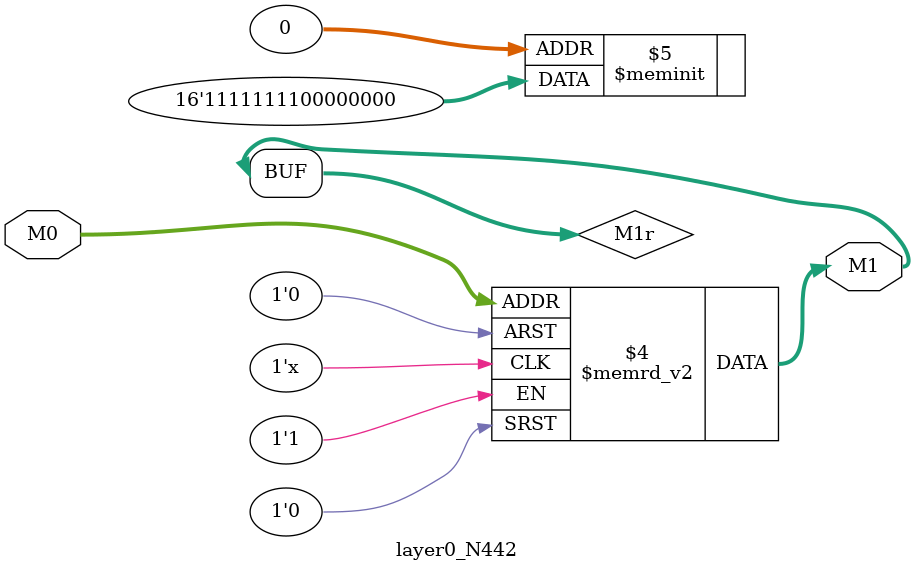
<source format=v>
module layer0_N442 ( input [2:0] M0, output [1:0] M1 );

	(*rom_style = "distributed" *) reg [1:0] M1r;
	assign M1 = M1r;
	always @ (M0) begin
		case (M0)
			3'b000: M1r = 2'b00;
			3'b100: M1r = 2'b11;
			3'b010: M1r = 2'b00;
			3'b110: M1r = 2'b11;
			3'b001: M1r = 2'b00;
			3'b101: M1r = 2'b11;
			3'b011: M1r = 2'b00;
			3'b111: M1r = 2'b11;

		endcase
	end
endmodule

</source>
